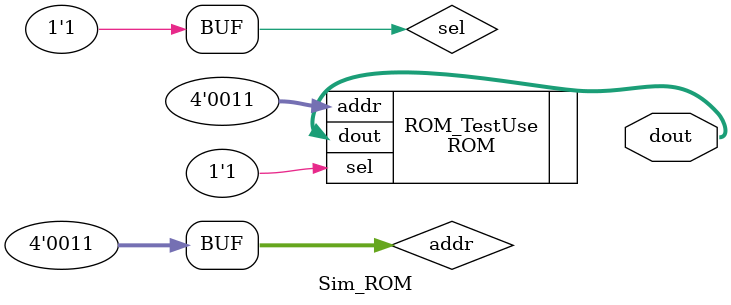
<source format=v>
`timescale 1ns / 1ps

module Sim_ROM
(
    output  wire    [31:0]   dout
);

reg     [3:0]       addr;
reg                 sel;

initial begin
    #0      addr = 5;
    #0      sel = 0;
    #5      sel = 1;
    #5      addr = 3;
end

ROM #(/*ADDR_BITS=*/4) ROM_TestUse (
    .addr(addr),
    .sel(sel),
    .dout(dout)
);

endmodule

</source>
